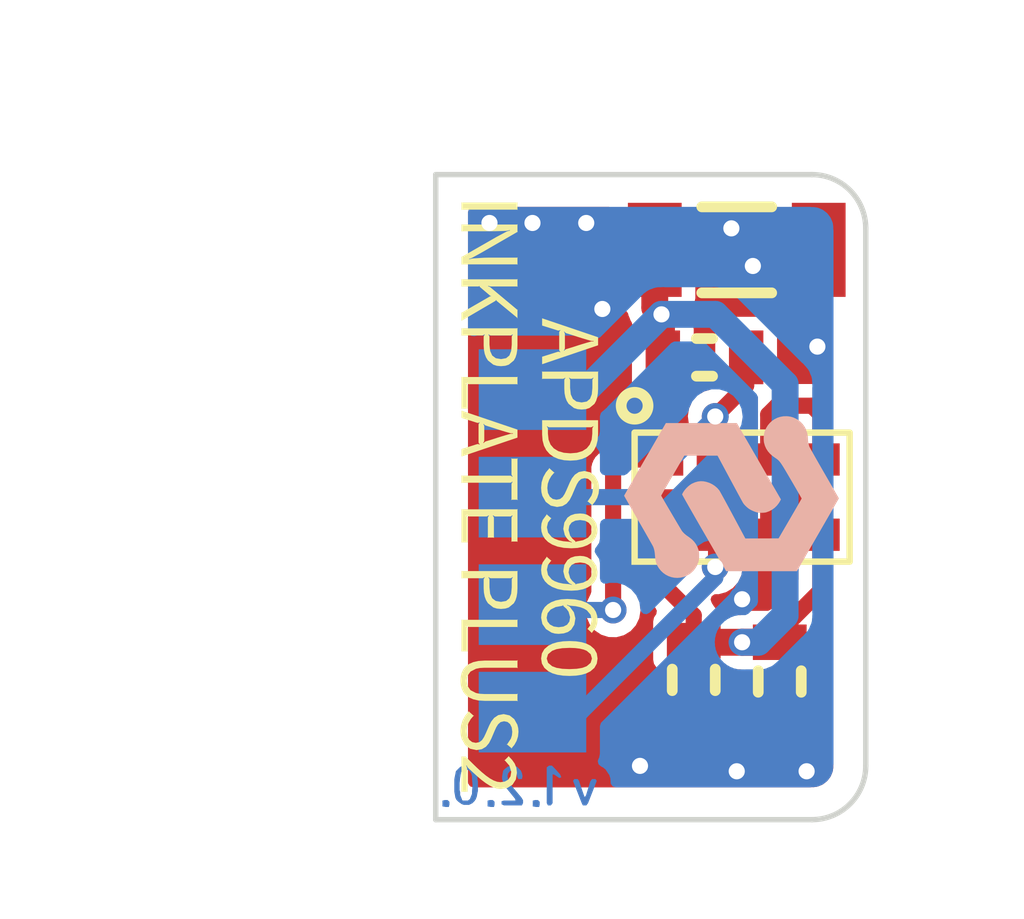
<source format=kicad_pcb>
(kicad_pcb (version 20211014) (generator pcbnew)
  (title_block (title "APDS9960 Adapter board") (date "2023-11-13") (rev "V1.2.0.") (company "SOLDERED"))
  (layers (0 "F.Cu" signal) (31 "B.Cu" signal) (34 "B.Paste" user) (35 "F.Paste" user) (36 "B.SilkS" user "B.Silkscreen") (37 "F.SilkS" user "F.Silkscreen") (38 "B.Mask" user) (39 "F.Mask" user) (44 "Edge.Cuts" user))
  (net 0 "")
  (net 1 "GND")
  (net 2 "3V3")
  (net 3 "INT_APDS")
  (net 4 "I2C_SDA")
  (net 5 "Net-(U1-Pad3)")
  (net 6 "I2C_SCL")
  (footprint "e-radionica.com footprinti:0603R" (layer "F.Cu") (at 139 93.4 180)
    (fp_text reference "R1")
    (fp_text value "10k")
    (pad "1" smd rect locked (at -0.775 0 270) (size 1 0.64) (layers "F.Cu" "F.Paste" "F.Mask") (net 3 "INT_APDS"))
    (pad "2" smd rect locked (at 0.775 0 270) (size 1 0.64) (layers "F.Cu" "F.Paste" "F.Mask") (net 2 "3V3"))
  )
  (footprint "kibuzzard-64A9B32F" (layer "F.Cu") (at 135 96 -90)
    (fp_text reference "kibuzzard-64A9B32F" hide)
    (fp_text value "G***" hide)
  )
  (footprint "e-radionica.com footprinti:0603C" (layer "F.Cu") (at 140.4 99.43 90)
    (fp_text reference "C2")
    (fp_text value "100n")
    (pad "1" smd rect locked (at -0.73 0 90) (size 0.66 1) (layers "F.Cu" "F.Paste" "F.Mask") (net 1 "GND"))
    (pad "2" smd rect locked (at 0.73 0 90) (size 0.66 1) (layers "F.Cu" "F.Paste" "F.Mask") (net 2 "3V3"))
  )
  (footprint "kibuzzard-64A9B359" (layer "F.Cu") (at 136.5 96 -90)
    (fp_text reference "kibuzzard-64A9B359" hide)
    (fp_text value "G***" hide)
  )
  (footprint "e-radionica.com footprinti:0603C" (layer "F.Cu") (at 138.8 99.4 90)
    (fp_text reference "C1")
    (fp_text value "1u")
    (pad "1" smd rect locked (at -0.73 0 90) (size 0.66 1) (layers "F.Cu" "F.Paste" "F.Mask") (net 1 "GND"))
    (pad "2" smd rect locked (at 0.73 0 90) (size 0.66 1) (layers "F.Cu" "F.Paste" "F.Mask") (net 2 "3V3"))
  )
  (footprint "Soldered Graphics:Logo-Back-Soldered-4mm" (layer "F.Cu") (at 139.5 96 90)
    (fp_text reference "G***" hide)
    (fp_text value "LOGO" hide)
  )
  (footprint "e-radionica.com footprinti:APDS-9960" (layer "F.Cu") (at 139.7 96 90)
    (fp_text reference "U1")
    (fp_text value "APDS-9960")
    (pad "1" smd rect (at 0.7 -1.455 90) (size 0.6 0.72) (layers "F.Cu" "F.Paste" "F.Mask") (net 4 "I2C_SDA"))
    (pad "2" smd rect (at 0.7 -0.485 90) (size 0.6 0.72) (layers "F.Cu" "F.Paste" "F.Mask") (net 3 "INT_APDS"))
    (pad "3" smd rect (at 0.7 0.485 90) (size 0.6 0.72) (layers "F.Cu" "F.Paste" "F.Mask") (net 5 "Net-(U1-Pad3)"))
    (pad "4" smd rect (at 0.7 1.455 90) (size 0.6 0.72) (layers "F.Cu" "F.Paste" "F.Mask") (net 5 "Net-(U1-Pad3)"))
    (pad "5" smd rect (at -0.7 1.455 90) (size 0.6 0.72) (layers "F.Cu" "F.Paste" "F.Mask") (net 2 "3V3"))
    (pad "6" smd rect (at -0.7 0.485 90) (size 0.6 0.72) (layers "F.Cu" "F.Paste" "F.Mask") (net 1 "GND"))
    (pad "7" smd rect (at -0.7 -0.485 90) (size 0.6 0.72) (layers "F.Cu" "F.Paste" "F.Mask") (net 6 "I2C_SCL"))
    (pad "8" smd rect (at -0.7 -1.455 90) (size 0.6 0.72) (layers "F.Cu" "F.Paste" "F.Mask") (net 2 "3V3"))
  )
  (footprint "e-radionica.com footprinti:1206C" (layer "F.Cu") (at 139.6 91.4 180)
    (fp_text reference "C3")
    (fp_text value "10u")
    (pad "1" smd rect locked (at -1.525 0 270) (size 1.75 1) (layers "F.Cu" "F.Paste" "F.Mask") (net 1 "GND"))
    (pad "2" smd rect locked (at 1.525 0 270) (size 1.75 1) (layers "F.Cu" "F.Paste" "F.Mask") (net 2 "3V3"))
  )
  (footprint "e-radionica.com footprinti:PAD_2x1.5" (layer "B.Cu") (at 135.8 94 180)
    (fp_text reference "PAD4")
    (fp_text value "PAD_2x1.5")
    (pad "1" smd rect (at 0 0 180) (size 2 1.5) (layers "B.Cu" "B.Paste" "B.Mask") (net 2 "3V3"))
  )
  (footprint "e-radionica.com footprinti:PAD_2x1.5" (layer "B.Cu") (at 135.8 96 180)
    (fp_text reference "PAD3")
    (fp_text value "PAD_2x1.5")
    (pad "1" smd rect (at 0 0 180) (size 2 1.5) (layers "B.Cu" "B.Paste" "B.Mask") (net 3 "INT_APDS"))
  )
  (footprint "e-radionica.com footprinti:PAD_2x1.5" (layer "B.Cu") (at 135.8 92 180)
    (fp_text reference "PAD5")
    (fp_text value "PAD_2x1.5")
    (pad "1" smd rect (at 0 0 180) (size 2 1.5) (layers "B.Cu" "B.Paste" "B.Mask") (net 1 "GND"))
  )
  (footprint "e-radionica.com footprinti:PAD_2x1.5" (layer "B.Cu") (at 135.8 98 180)
    (fp_text reference "PAD1")
    (fp_text value "PAD_2x1.5")
    (pad "1" smd rect (at 0 0 180) (size 2 1.5) (layers "B.Cu" "B.Paste" "B.Mask") (net 4 "I2C_SDA"))
  )
  (footprint "Soldered Graphics:Version1.2.0" (layer "B.Cu") (at 135.5 101.4 180)
    (fp_text reference "REF**" hide)
    (fp_text value "Version1.2.0" hide)
    (fp_poly (pts (xy -1.3 -0.33) (xy -1.24 -0.33) (xy -1.22 -0.29) (xy -1.06 0.12) (xy -1.08 0.15) (xy -1.14 0.15) (xy -1.16 0.12) (xy -1.25 -0.14) (xy -1.27 -0.19) (xy -1.3 -0.15) (xy -1.38 0.11) (xy -1.41 0.15) (xy -1.47 0.15) (xy -1.49 0.12) (xy -1.33 -0.29) (xy -1.3 -0.33)) (layer "B.Cu") (width 0.01) (fill solid))
    (fp_poly (pts (xy -0.42 -0.36) (xy -0.37 -0.36) (xy -0.31 -0.35) (xy -0.31 -0.31) (xy -0.31 -0.25) (xy -0.35 -0.24) (xy -0.4 -0.24) (xy -0.43 -0.27) (xy -0.43 -0.32) (xy -0.42 -0.36)) (layer "B.Cu") (width 0.01) (fill solid))
    (fp_poly (pts (xy -0.1 -0.33) (xy 0.23 -0.33) (xy 0.27 -0.31) (xy 0.27 -0.26) (xy 0.23 -0.25) (xy 0.01 -0.25) (xy 0.02 -0.21) (xy 0.19 0) (xy 0.22 0.05) (xy 0.24 0.1) (xy 0.26 0.15) (xy 0.26 0.2) (xy 0.25 0.26) (xy 0.24 0.31) (xy 0.21 0.34) (xy 0.16 0.38) (xy 0.11 0.4) (xy 0.05 0.4) (xy -0.01 0.38) (xy -0.05 0.34) (xy -0.08 0.31) (xy -0.1 0.26) (xy -0.11 0.21) (xy -0.1 0.16) (xy -0.04 0.16) (xy -0.02 0.2) (xy -0.01 0.25) (xy 0.02 0.29) (xy 0.07 0.31) (xy 0.12 0.31) (xy 0.16 0.26) (xy 0.17 0.21) (xy 0.16 0.16) (xy 0.15 0.11) (xy 0.12 0.06) (xy -0.09 -0.19) (xy -0.12 -0.24) (xy -0.12 -0.29) (xy -0.1 -0.33)) (layer "B.Cu") (width 0.01) (fill solid))
    (fp_poly (pts (xy 0.42 -0.36) (xy 0.47 -0.36) (xy 0.53 -0.35) (xy 0.53 -0.31) (xy 0.53 -0.25) (xy 0.49 -0.24) (xy 0.44 -0.24) (xy 0.41 -0.27) (xy 0.41 -0.32) (xy 0.42 -0.36)) (layer "B.Cu") (width 0.01) (fill solid))
    (fp_poly (pts (xy 1.26 -0.36) (xy 1.31 -0.36) (xy 1.37 -0.35) (xy 1.37 -0.31) (xy 1.37 -0.25) (xy 1.33 -0.24) (xy 1.28 -0.24) (xy 1.25 -0.27) (xy 1.25 -0.32) (xy 1.26 -0.36)) (layer "B.Cu") (width 0.01) (fill solid))
    (fp_poly (pts (xy -0.64 -0.33) (xy -0.59 -0.33) (xy -0.57 -0.29) (xy -0.57 0.37) (xy -0.61 0.4) (xy -0.66 0.4) (xy -0.7 0.36) (xy -0.81 0.24) (xy -0.83 0.19) (xy -0.8 0.18) (xy -0.71 0.24) (xy -0.67 0.25) (xy -0.67 -0.29) (xy -0.64 -0.33)) (layer "B.Cu") (width 0.01) (fill solid))
    (fp_poly (pts (xy 0.92 -0.32) (xy 0.98 -0.32) (xy 1.03 -0.3) (xy 1 -0.25) (xy 0.9 -0.25) (xy 0.86 -0.22) (xy 0.84 -0.17) (xy 0.82 -0.12) (xy 0.82 -0.08) (xy 0.81 0.04) (xy 0.82 0.16) (xy 0.82 0.2) (xy 0.83 0.25) (xy 0.86 0.3) (xy 0.89 0.33) (xy 1 0.33) (xy 1.03 0.29) (xy 1.04 0.24) (xy 1.05 0.18) (xy 1.06 0.08) (xy 1.06 -0.05) (xy 1.05 -0.09) (xy 1.05 -0.14) (xy 1.03 -0.19) (xy 1.01 -0.24) (xy 1 -0.25) (xy 1.04 -0.29) (xy 1.08 -0.26) (xy 1.11 -0.23) (xy 1.13 -0.19) (xy 1.14 -0.13) (xy 1.15 -0.08) (xy 1.15 -0.03) (xy 1.15 0.09) (xy 1.15 0.15) (xy 1.14 0.2) (xy 1.13 0.25) (xy 1.12 0.3) (xy 1.09 0.33) (xy 1.05 0.37) (xy 1 0.4) (xy 0.94 0.41) (xy 0.89 0.41) (xy 0.83 0.38) (xy 0.79 0.34) (xy 0.77 0.31) (xy 0.74 0.26) (xy 0.73 0.21) (xy 0.73 0.16) (xy 0.72 0.11) (xy 0.72 -0.01) (xy 0.72 -0.07) (xy 0.73 -0.11) (xy 0.74 -0.17) (xy 0.76 -0.22) (xy 0.78 -0.25) (xy 0.82 -0.29) (xy 0.88 -0.32) (xy 0.92 -0.32)) (layer "B.Cu") (width 0.01) (fill solid))
  )
  (footprint "e-radionica.com footprinti:PAD_2x1.5" (layer "B.Cu") (at 135.8 100 180)
    (fp_text reference "PAD2")
    (fp_text value "PAD_2x1.5")
    (pad "1" smd rect (at 0 0 180) (size 2 1.5) (layers "B.Cu" "B.Paste" "B.Mask") (net 6 "I2C_SCL"))
  )
  (gr_arc (start 141 90) (mid 141.707107 90.292893) (end 142 91) (layer "Edge.Cuts") (width 0.1))
  (gr_line (start 134 102) (end 134 90) (layer "Edge.Cuts") (width 0.1))
  (gr_line (start 142 91) (end 142 101) (layer "Edge.Cuts") (width 0.1))
  (gr_arc (start 142 101) (mid 141.707107 101.707107) (end 141 102) (layer "Edge.Cuts") (width 0.1))
  (gr_line (start 141 102) (end 134 102) (layer "Edge.Cuts") (width 0.1))
  (gr_line (start 134 90) (end 141 90) (layer "Edge.Cuts") (width 0.1))
  (via (at 139.9 91.7) (size 0.5) (drill 0.3) (layers "F.Cu" "B.Cu") (net 1))
  (via (at 137.8 101) (size 0.5) (drill 0.3) (layers "F.Cu" "B.Cu") (net 1))
  (via (at 135.8 90.9) (size 0.5) (drill 0.3) (layers "F.Cu" "B.Cu") (net 1))
  (via (at 136.8 90.9) (size 0.5) (drill 0.3) (layers "F.Cu" "B.Cu") (net 1))
  (via (at 139.6 101.1) (size 0.5) (drill 0.3) (layers "F.Cu" "B.Cu") (net 1))
  (via (at 139.5 91) (size 0.5) (drill 0.3) (layers "F.Cu" "B.Cu") (net 1))
  (via (at 139.7 97.9) (size 0.5) (drill 0.3) (layers "F.Cu" "B.Cu") (net 1))
  (via (at 137.1 92.5) (size 0.5) (drill 0.3) (layers "F.Cu" "B.Cu") (net 1))
  (via (at 141.1 93.2) (size 0.5) (drill 0.3) (layers "F.Cu" "B.Cu") (net 1))
  (via (at 140.9 101.1) (size 0.5) (drill 0.3) (layers "F.Cu" "B.Cu") (net 1))
  (via (at 135 90.9) (size 0.5) (drill 0.3) (layers "F.Cu" "B.Cu") (net 1))
  (segment (start 138.075 91.4) (end 138.075 92.475) (width 0.5) (layer "F.Cu") (net 2))
  (segment (start 138.83 98.7) (end 138.8 98.67) (width 0.5) (layer "F.Cu") (net 2))
  (segment (start 141.155 97.745) (end 140.4 98.5) (width 0.3) (layer "F.Cu") (net 2))
  (segment (start 138.245 97.645) (end 138.8 98.2) (width 0.3) (layer "F.Cu") (net 2))
  (segment (start 140.4 98.7) (end 138.83 98.7) (width 0.5) (layer "F.Cu") (net 2))
  (segment (start 138.2 92.6) (end 138.2 93.375) (width 0.5) (layer "F.Cu") (net 2))
  (segment (start 138.8 98.2) (end 138.8 98.67) (width 0.3) (layer "F.Cu") (net 2))
  (segment (start 140.4 98.5) (end 140.4 98.7) (width 0.3) (layer "F.Cu") (net 2))
  (segment (start 138.075 92.475) (end 138.2 92.6) (width 0.5) (layer "F.Cu") (net 2))
  (segment (start 138.245 96.7) (end 138.245 97.645) (width 0.3) (layer "F.Cu") (net 2))
  (segment (start 138.2 93.375) (end 138.225 93.4) (width 0.5) (layer "F.Cu") (net 2))
  (segment (start 139.7 98.7) (end 140.4 98.7) (width 0.5) (layer "F.Cu") (net 2))
  (segment (start 141.155 96.7) (end 141.155 97.745) (width 0.3) (layer "F.Cu") (net 2))
  (via (at 138.2 92.6) (size 0.5) (drill 0.3) (layers "F.Cu" "B.Cu") (net 2))
  (via (at 139.7 98.7) (size 0.5) (drill 0.3) (layers "F.Cu" "B.Cu") (net 2))
  (segment (start 140 98.7) (end 140.5 98.2) (width 0.5) (layer "B.Cu") (net 2))
  (segment (start 135.8 94) (end 136.8 94) (width 0.5) (layer "B.Cu") (net 2))
  (segment (start 139.7 98.7) (end 140 98.7) (width 0.5) (layer "B.Cu") (net 2))
  (segment (start 140.5 98.2) (end 140.5 93.9) (width 0.5) (layer "B.Cu") (net 2))
  (segment (start 136.8 94) (end 138.2 92.6) (width 0.5) (layer "B.Cu") (net 2))
  (segment (start 140.5 93.9) (end 139.2 92.6) (width 0.5) (layer "B.Cu") (net 2))
  (segment (start 139.2 92.6) (end 138.2 92.6) (width 0.5) (layer "B.Cu") (net 2))
  (segment (start 139.775 93.925) (end 139.2 94.5) (width 0.3) (layer "F.Cu") (net 3))
  (segment (start 139.215 94.515) (end 139.2 94.5) (width 0.3) (layer "F.Cu") (net 3))
  (segment (start 139.775 93.4) (end 139.775 93.925) (width 0.3) (layer "F.Cu") (net 3))
  (segment (start 139.215 95.3) (end 139.215 94.515) (width 0.3) (layer "F.Cu") (net 3))
  (via (at 139.2 94.5) (size 0.5) (drill 0.3) (layers "F.Cu" "B.Cu") (net 3))
  (segment (start 137.7 96) (end 135.8 96) (width 0.3) (layer "B.Cu") (net 3))
  (segment (start 139.2 94.5) (end 137.7 96) (width 0.3) (layer "B.Cu") (net 3))
  (segment (start 137.3 95.5) (end 137.3 98.1) (width 0.3) (layer "F.Cu") (net 4))
  (segment (start 137.5 95.3) (end 137.3 95.5) (width 0.3) (layer "F.Cu") (net 4))
  (segment (start 138.245 95.3) (end 137.5 95.3) (width 0.3) (layer "F.Cu") (net 4))
  (via (at 137.3 98.1) (size 0.5) (drill 0.3) (layers "F.Cu" "B.Cu") (net 4))
  (segment (start 137.3 98.1) (end 135.9 98.1) (width 0.3) (layer "B.Cu") (net 4))
  (segment (start 135.9 98.1) (end 135.8 98) (width 0.3) (layer "B.Cu") (net 4))
  (segment (start 140.35 94.3) (end 141 94.3) (width 0.3) (layer "F.Cu") (net 5))
  (segment (start 140.185 94.465) (end 140.35 94.3) (width 0.3) (layer "F.Cu") (net 5))
  (segment (start 141 94.3) (end 141.155 94.455) (width 0.3) (layer "F.Cu") (net 5))
  (segment (start 141.155 94.455) (end 141.155 95.3) (width 0.3) (layer "F.Cu") (net 5))
  (segment (start 140.185 95.3) (end 140.185 94.465) (width 0.3) (layer "F.Cu") (net 5))
  (segment (start 139.215 97.285) (end 139.2 97.3) (width 0.3) (layer "F.Cu") (net 6))
  (segment (start 139.215 96.7) (end 139.215 97.285) (width 0.3) (layer "F.Cu") (net 6))
  (via (at 139.2 97.3) (size 0.5) (drill 0.3) (layers "F.Cu" "B.Cu") (net 6))
  (segment (start 139.2 97.5) (end 136.7 100) (width 0.3) (layer "B.Cu") (net 6))
  (segment (start 136.7 100) (end 135.8 100) (width 0.3) (layer "B.Cu") (net 6))
  (segment (start 139.2 97.3) (end 139.2 97.5) (width 0.3) (layer "B.Cu") (net 6))
  (zone (net 1) (net_name "GND") (layers F&B.Cu) (priority 1) (connect_pads (clearance 0.254)) (min_thickness 0.2) (fill yes (thermal_gap 0.254) (thermal_bridge_width 0.3))
    (polygon (pts (xy 142 102) (xy 134 102) (xy 134 90) (xy 142 90)))
  )
)
</source>
